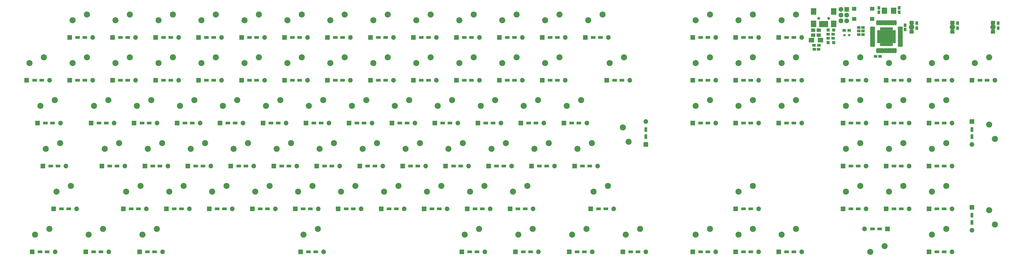
<source format=gbr>
G04 #@! TF.FileFunction,Soldermask,Bot*
%FSLAX46Y46*%
G04 Gerber Fmt 4.6, Leading zero omitted, Abs format (unit mm)*
G04 Created by KiCad (PCBNEW 4.0.4-stable) date Wed Dec 14 22:22:49 2016*
%MOMM*%
%LPD*%
G01*
G04 APERTURE LIST*
%ADD10C,0.100000*%
%ADD11O,2.300000X0.950000*%
%ADD12O,1.400000X0.700000*%
%ADD13O,0.700000X1.400000*%
%ADD14O,0.950000X2.300000*%
%ADD15R,5.600000X5.600000*%
%ADD16C,2.686000*%
%ADD17C,2.051000*%
%ADD18R,2.051000X2.051000*%
%ADD19R,2.000000X1.200000*%
%ADD20R,1.200000X2.000000*%
%ADD21R,1.900000X1.650000*%
%ADD22R,1.600000X1.150000*%
%ADD23R,1.150000X1.600000*%
%ADD24R,1.400000X1.400000*%
%ADD25R,0.900380X2.701240*%
%ADD26R,2.398980X2.899360*%
%ADD27C,1.299160*%
%ADD28R,2.127200X2.127200*%
%ADD29O,2.127200X2.127200*%
%ADD30R,1.600000X1.300000*%
%ADD31R,1.300000X1.600000*%
%ADD32R,2.400000X2.800000*%
%ADD33R,0.990000X0.850000*%
%ADD34R,2.400000X2.100000*%
%ADD35R,1.950000X1.700000*%
%ADD36C,2.380000*%
%ADD37R,1.900000X1.700000*%
G04 APERTURE END LIST*
D10*
D11*
X464700000Y-178200000D03*
X464700000Y-176600000D03*
X464700000Y-175800000D03*
X464700000Y-175000000D03*
X464700000Y-174200000D03*
D12*
X467400000Y-171700000D03*
X467400000Y-172200000D03*
X467400000Y-172700000D03*
X467400000Y-173200000D03*
X467400000Y-173700000D03*
X467400000Y-174200000D03*
X467400000Y-174700000D03*
X467400000Y-176700000D03*
X467400000Y-176200000D03*
X467400000Y-175700000D03*
X467400000Y-175200000D03*
D13*
X468350000Y-170750000D03*
X468850000Y-170750000D03*
X469350000Y-170750000D03*
X469850000Y-170750000D03*
X470350000Y-170750000D03*
X470850000Y-170750000D03*
X471350000Y-170750000D03*
X471850000Y-170750000D03*
X472350000Y-170750000D03*
X472850000Y-170750000D03*
X473350000Y-170750000D03*
D12*
X474300000Y-171700000D03*
X474300000Y-172200000D03*
X474300000Y-172700000D03*
X474300000Y-173200000D03*
X474300000Y-173700000D03*
X474300000Y-174200000D03*
X474300000Y-174700000D03*
X474300000Y-175200000D03*
X474300000Y-175700000D03*
X474300000Y-176200000D03*
X474300000Y-176700000D03*
D13*
X473350000Y-177650000D03*
X472850000Y-177650000D03*
X472350000Y-177650000D03*
X471850000Y-177650000D03*
X471350000Y-177650000D03*
X470850000Y-177650000D03*
X470350000Y-177650000D03*
X469850000Y-177650000D03*
X469350000Y-177650000D03*
X468850000Y-177650000D03*
X468350000Y-177650000D03*
D11*
X464700000Y-177400000D03*
X464700000Y-173400000D03*
X464700000Y-172600000D03*
X464700000Y-171800000D03*
X464700000Y-171000000D03*
X464700000Y-170200000D03*
D14*
X466850000Y-168050000D03*
X467650000Y-168050000D03*
X468450000Y-168050000D03*
X469250000Y-168050000D03*
X470050000Y-168050000D03*
X470850000Y-168050000D03*
X471650000Y-168050000D03*
X472450000Y-168050000D03*
X473250000Y-168050000D03*
X474050000Y-168050000D03*
X474850000Y-168050000D03*
D11*
X477000000Y-170200000D03*
X477000000Y-171000000D03*
X477000000Y-171800000D03*
X477000000Y-172600000D03*
X477000000Y-173400000D03*
X477000000Y-174200000D03*
X477000000Y-175000000D03*
X477000000Y-175800000D03*
X477000000Y-176600000D03*
X477000000Y-177400000D03*
X477000000Y-178200000D03*
D14*
X474850000Y-180350000D03*
X474050000Y-180350000D03*
X473250000Y-180350000D03*
X472450000Y-180350000D03*
X471650000Y-180350000D03*
X470850000Y-180350000D03*
X470050000Y-180350000D03*
X469250000Y-180350000D03*
X468450000Y-180350000D03*
X467650000Y-180350000D03*
X466850000Y-180350000D03*
D15*
X470850000Y-174200000D03*
D16*
X516326000Y-183342000D03*
X509976000Y-185882000D03*
X497326000Y-183342000D03*
X490976000Y-185882000D03*
X478326000Y-183342000D03*
X471976000Y-185882000D03*
X459326000Y-183342000D03*
X452976000Y-185882000D03*
X497326000Y-202342000D03*
X490976000Y-204882000D03*
X478326000Y-202342000D03*
X471976000Y-204882000D03*
X459326000Y-202342000D03*
X452976000Y-204882000D03*
X497326000Y-221342000D03*
X490976000Y-223882000D03*
X478326000Y-221342000D03*
X471976000Y-223882000D03*
X459326000Y-221342000D03*
X452976000Y-223882000D03*
X497326000Y-240342000D03*
X490976000Y-242882000D03*
X478326000Y-240342000D03*
X471976000Y-242882000D03*
X459326000Y-240342000D03*
X452976000Y-242882000D03*
X497326000Y-259342000D03*
X490976000Y-261882000D03*
X430826000Y-164342000D03*
X424476000Y-166882000D03*
X411826000Y-164342000D03*
X405476000Y-166882000D03*
X392826000Y-164342000D03*
X386476000Y-166882000D03*
X392826000Y-202342000D03*
X386476000Y-204882000D03*
X411826000Y-202342000D03*
X405476000Y-204882000D03*
X430826000Y-202342000D03*
X424476000Y-204882000D03*
X430826000Y-183342000D03*
X424476000Y-185882000D03*
X411826000Y-183342000D03*
X405476000Y-185882000D03*
X345326000Y-164342000D03*
X338976000Y-166882000D03*
X326326000Y-164342000D03*
X319976000Y-166882000D03*
X307326000Y-164342000D03*
X300976000Y-166882000D03*
X288326000Y-164342000D03*
X281976000Y-166882000D03*
X269326000Y-164342000D03*
X262976000Y-166882000D03*
X250326000Y-164342000D03*
X243976000Y-166882000D03*
X231326000Y-164342000D03*
X224976000Y-166882000D03*
X212326000Y-164342000D03*
X205976000Y-166882000D03*
X193326000Y-164342000D03*
X186976000Y-166882000D03*
X174326000Y-164342000D03*
X167976000Y-166882000D03*
X155326000Y-164342000D03*
X148976000Y-166882000D03*
X136326000Y-164342000D03*
X129976000Y-166882000D03*
X100701000Y-259342000D03*
X94351000Y-261882000D03*
X361951000Y-259342000D03*
X355601000Y-261882000D03*
X338201000Y-259342000D03*
X331851000Y-261882000D03*
X314451000Y-259342000D03*
X308101000Y-261882000D03*
X290701000Y-259342000D03*
X284351000Y-261882000D03*
X148201000Y-259342000D03*
X141851000Y-261882000D03*
X124451000Y-259342000D03*
X118101000Y-261882000D03*
X312076000Y-240342000D03*
X305726000Y-242882000D03*
X293076000Y-240342000D03*
X286726000Y-242882000D03*
X274076000Y-240342000D03*
X267726000Y-242882000D03*
X255076000Y-240342000D03*
X248726000Y-242882000D03*
X236076000Y-240342000D03*
X229726000Y-242882000D03*
X217076000Y-240342000D03*
X210726000Y-242882000D03*
X198076000Y-240342000D03*
X191726000Y-242882000D03*
X179076000Y-240342000D03*
X172726000Y-242882000D03*
X160076000Y-240342000D03*
X153726000Y-242882000D03*
X141076000Y-240342000D03*
X134726000Y-242882000D03*
X340576000Y-221342000D03*
X334226000Y-223882000D03*
X321576000Y-221342000D03*
X315226000Y-223882000D03*
X302576000Y-221342000D03*
X296226000Y-223882000D03*
X283576000Y-221342000D03*
X277226000Y-223882000D03*
X264576000Y-221342000D03*
X258226000Y-223882000D03*
X245576000Y-221342000D03*
X239226000Y-223882000D03*
X226576000Y-221342000D03*
X220226000Y-223882000D03*
X207576000Y-221342000D03*
X201226000Y-223882000D03*
X188576000Y-221342000D03*
X182226000Y-223882000D03*
X169576000Y-221342000D03*
X163226000Y-223882000D03*
X150576000Y-221342000D03*
X144226000Y-223882000D03*
X131576000Y-221342000D03*
X125226000Y-223882000D03*
X335826000Y-202342000D03*
X329476000Y-204882000D03*
X297826000Y-202342000D03*
X291476000Y-204882000D03*
X316826000Y-202342000D03*
X310476000Y-204882000D03*
X278826000Y-202342000D03*
X272476000Y-204882000D03*
X259826000Y-202342000D03*
X253476000Y-204882000D03*
X240826000Y-202342000D03*
X234476000Y-204882000D03*
X221826000Y-202342000D03*
X215476000Y-204882000D03*
X202826000Y-202342000D03*
X196476000Y-204882000D03*
X183826000Y-202342000D03*
X177476000Y-204882000D03*
X164826000Y-202342000D03*
X158476000Y-204882000D03*
X145826000Y-202342000D03*
X139476000Y-204882000D03*
X126826000Y-202342000D03*
X120476000Y-204882000D03*
X326326000Y-183342000D03*
X319976000Y-185882000D03*
X307326000Y-183342000D03*
X300976000Y-185882000D03*
X288326000Y-183342000D03*
X281976000Y-185882000D03*
X269326000Y-183342000D03*
X262976000Y-185882000D03*
X250326000Y-183342000D03*
X243976000Y-185882000D03*
X212326000Y-183342000D03*
X205976000Y-185882000D03*
X193326000Y-183342000D03*
X186976000Y-185882000D03*
X155326000Y-183342000D03*
X148976000Y-185882000D03*
X117326000Y-183342000D03*
X110976000Y-185882000D03*
X136326000Y-183342000D03*
X129976000Y-185882000D03*
X174326000Y-183342000D03*
X167976000Y-185882000D03*
X98326000Y-183342000D03*
X91976000Y-185882000D03*
X231326000Y-183342000D03*
X224976000Y-185882000D03*
X103076000Y-202342000D03*
X96726000Y-204882000D03*
X105465000Y-221342000D03*
X99115000Y-223882000D03*
X354351000Y-214402000D03*
X356891000Y-220752000D03*
X347701000Y-240342000D03*
X341351000Y-242882000D03*
X219451000Y-259342000D03*
X213101000Y-261882000D03*
X354826000Y-183342000D03*
X348476000Y-185882000D03*
X392826000Y-259342000D03*
X386476000Y-261882000D03*
X411826000Y-259342000D03*
X405476000Y-261882000D03*
X430826000Y-259342000D03*
X424476000Y-261882000D03*
X411826000Y-240342000D03*
X405476000Y-242882000D03*
X117326000Y-164342000D03*
X110976000Y-166882000D03*
X392826000Y-183342000D03*
X386476000Y-185882000D03*
X518866000Y-257462000D03*
X516326000Y-251112000D03*
X463746000Y-269502000D03*
X470096000Y-266962000D03*
X518866000Y-219462000D03*
X516326000Y-213112000D03*
X110216000Y-240342000D03*
X103866000Y-242882000D03*
D17*
X119866000Y-174502000D03*
D18*
X109706000Y-174502000D03*
D19*
X116386000Y-174502000D03*
X113186000Y-174502000D03*
D17*
X138866000Y-174502000D03*
D18*
X128706000Y-174502000D03*
D19*
X135386000Y-174502000D03*
X132186000Y-174502000D03*
D17*
X157866000Y-174502000D03*
D18*
X147706000Y-174502000D03*
D19*
X154386000Y-174502000D03*
X151186000Y-174502000D03*
D17*
X176866000Y-174502000D03*
D18*
X166706000Y-174502000D03*
D19*
X173386000Y-174502000D03*
X170186000Y-174502000D03*
D17*
X195866000Y-174502000D03*
D18*
X185706000Y-174502000D03*
D19*
X192386000Y-174502000D03*
X189186000Y-174502000D03*
D17*
X214866000Y-174502000D03*
D18*
X204706000Y-174502000D03*
D19*
X211386000Y-174502000D03*
X208186000Y-174502000D03*
D17*
X233866000Y-174502000D03*
D18*
X223706000Y-174502000D03*
D19*
X230386000Y-174502000D03*
X227186000Y-174502000D03*
D17*
X252866000Y-174502000D03*
D18*
X242706000Y-174502000D03*
D19*
X249386000Y-174502000D03*
X246186000Y-174502000D03*
D17*
X271866000Y-174502000D03*
D18*
X261706000Y-174502000D03*
D19*
X268386000Y-174502000D03*
X265186000Y-174502000D03*
D17*
X290866000Y-174502000D03*
D18*
X280706000Y-174502000D03*
D19*
X287386000Y-174502000D03*
X284186000Y-174502000D03*
D17*
X309866000Y-174502000D03*
D18*
X299706000Y-174502000D03*
D19*
X306386000Y-174502000D03*
X303186000Y-174502000D03*
D17*
X328866000Y-174502000D03*
D18*
X318706000Y-174502000D03*
D19*
X325386000Y-174502000D03*
X322186000Y-174502000D03*
D17*
X347866000Y-174502000D03*
D18*
X337706000Y-174502000D03*
D19*
X344386000Y-174502000D03*
X341186000Y-174502000D03*
D17*
X357366000Y-193502000D03*
D18*
X347206000Y-193502000D03*
D19*
X353886000Y-193502000D03*
X350686000Y-193502000D03*
D17*
X395366000Y-174502000D03*
D18*
X385206000Y-174502000D03*
D19*
X391886000Y-174502000D03*
X388686000Y-174502000D03*
D17*
X414366000Y-174502000D03*
D18*
X404206000Y-174502000D03*
D19*
X410886000Y-174502000D03*
X407686000Y-174502000D03*
D17*
X433366000Y-174502000D03*
D18*
X423206000Y-174502000D03*
D19*
X429886000Y-174502000D03*
X426686000Y-174502000D03*
D17*
X100866000Y-193502000D03*
D18*
X90706000Y-193502000D03*
D19*
X97386000Y-193502000D03*
X94186000Y-193502000D03*
D17*
X119866000Y-193502000D03*
D18*
X109706000Y-193502000D03*
D19*
X116386000Y-193502000D03*
X113186000Y-193502000D03*
D17*
X138866000Y-193502000D03*
D18*
X128706000Y-193502000D03*
D19*
X135386000Y-193502000D03*
X132186000Y-193502000D03*
D17*
X157866000Y-193502000D03*
D18*
X147706000Y-193502000D03*
D19*
X154386000Y-193502000D03*
X151186000Y-193502000D03*
D17*
X176866000Y-193502000D03*
D18*
X166706000Y-193502000D03*
D19*
X173386000Y-193502000D03*
X170186000Y-193502000D03*
D17*
X195866000Y-193502000D03*
D18*
X185706000Y-193502000D03*
D19*
X192386000Y-193502000D03*
X189186000Y-193502000D03*
D17*
X214866000Y-193502000D03*
D18*
X204706000Y-193502000D03*
D19*
X211386000Y-193502000D03*
X208186000Y-193502000D03*
D17*
X233866000Y-193502000D03*
D18*
X223706000Y-193502000D03*
D19*
X230386000Y-193502000D03*
X227186000Y-193502000D03*
D17*
X252866000Y-193502000D03*
D18*
X242706000Y-193502000D03*
D19*
X249386000Y-193502000D03*
X246186000Y-193502000D03*
D17*
X271866000Y-193502000D03*
D18*
X261706000Y-193502000D03*
D19*
X268386000Y-193502000D03*
X265186000Y-193502000D03*
D17*
X290866000Y-193502000D03*
D18*
X280706000Y-193502000D03*
D19*
X287386000Y-193502000D03*
X284186000Y-193502000D03*
D17*
X309866000Y-193502000D03*
D18*
X299706000Y-193502000D03*
D19*
X306386000Y-193502000D03*
X303186000Y-193502000D03*
D17*
X328866000Y-193502000D03*
D18*
X318706000Y-193502000D03*
D19*
X325386000Y-193502000D03*
X322186000Y-193502000D03*
D17*
X395366000Y-193502000D03*
D18*
X385206000Y-193502000D03*
D19*
X391886000Y-193502000D03*
X388686000Y-193502000D03*
D17*
X414366000Y-193502000D03*
D18*
X404206000Y-193502000D03*
D19*
X410886000Y-193502000D03*
X407686000Y-193502000D03*
D17*
X433366000Y-193502000D03*
D18*
X423206000Y-193502000D03*
D19*
X429886000Y-193502000D03*
X426686000Y-193502000D03*
D17*
X461866000Y-193502000D03*
D18*
X451706000Y-193502000D03*
D19*
X458386000Y-193502000D03*
X455186000Y-193502000D03*
D17*
X480866000Y-193502000D03*
D18*
X470706000Y-193502000D03*
D19*
X477386000Y-193502000D03*
X474186000Y-193502000D03*
D17*
X499866000Y-193502000D03*
D18*
X489706000Y-193502000D03*
D19*
X496386000Y-193502000D03*
X493186000Y-193502000D03*
D17*
X518866000Y-193502000D03*
D18*
X508706000Y-193502000D03*
D19*
X515386000Y-193502000D03*
X512186000Y-193502000D03*
D17*
X105616000Y-212502000D03*
D18*
X95456000Y-212502000D03*
D19*
X102136000Y-212502000D03*
X98936000Y-212502000D03*
D17*
X129366000Y-212502000D03*
D18*
X119206000Y-212502000D03*
D19*
X125886000Y-212502000D03*
X122686000Y-212502000D03*
D17*
X148366000Y-212502000D03*
D18*
X138206000Y-212502000D03*
D19*
X144886000Y-212502000D03*
X141686000Y-212502000D03*
D17*
X167366000Y-212502000D03*
D18*
X157206000Y-212502000D03*
D19*
X163886000Y-212502000D03*
X160686000Y-212502000D03*
D17*
X186366000Y-212502000D03*
D18*
X176206000Y-212502000D03*
D19*
X182886000Y-212502000D03*
X179686000Y-212502000D03*
D17*
X205366000Y-212502000D03*
D18*
X195206000Y-212502000D03*
D19*
X201886000Y-212502000D03*
X198686000Y-212502000D03*
D17*
X224366000Y-212502000D03*
D18*
X214206000Y-212502000D03*
D19*
X220886000Y-212502000D03*
X217686000Y-212502000D03*
D17*
X243366000Y-212502000D03*
D18*
X233206000Y-212502000D03*
D19*
X239886000Y-212502000D03*
X236686000Y-212502000D03*
D17*
X262366000Y-212502000D03*
D18*
X252206000Y-212502000D03*
D19*
X258886000Y-212502000D03*
X255686000Y-212502000D03*
D17*
X281366000Y-212502000D03*
D18*
X271206000Y-212502000D03*
D19*
X277886000Y-212502000D03*
X274686000Y-212502000D03*
D17*
X300366000Y-212502000D03*
D18*
X290206000Y-212502000D03*
D19*
X296886000Y-212502000D03*
X293686000Y-212502000D03*
D17*
X319366000Y-212502000D03*
D18*
X309206000Y-212502000D03*
D19*
X315886000Y-212502000D03*
X312686000Y-212502000D03*
D17*
X338366000Y-212502000D03*
D18*
X328206000Y-212502000D03*
D19*
X334886000Y-212502000D03*
X331686000Y-212502000D03*
D17*
X395366000Y-212502000D03*
D18*
X385206000Y-212502000D03*
D19*
X391886000Y-212502000D03*
X388686000Y-212502000D03*
D17*
X414366000Y-212502000D03*
D18*
X404206000Y-212502000D03*
D19*
X410886000Y-212502000D03*
X407686000Y-212502000D03*
D17*
X433366000Y-212502000D03*
D18*
X423206000Y-212502000D03*
D19*
X429886000Y-212502000D03*
X426686000Y-212502000D03*
D17*
X461866000Y-212502000D03*
D18*
X451706000Y-212502000D03*
D19*
X458386000Y-212502000D03*
X455186000Y-212502000D03*
D17*
X480866000Y-212502000D03*
D18*
X470706000Y-212502000D03*
D19*
X477386000Y-212502000D03*
X474186000Y-212502000D03*
D17*
X499866000Y-212502000D03*
D18*
X489706000Y-212502000D03*
D19*
X496386000Y-212502000D03*
X493186000Y-212502000D03*
D17*
X508706000Y-221996000D03*
D18*
X508706000Y-211836000D03*
D20*
X508706000Y-218516000D03*
X508706000Y-215316000D03*
D17*
X108005000Y-231502000D03*
D18*
X97845000Y-231502000D03*
D19*
X104525000Y-231502000D03*
X101325000Y-231502000D03*
D17*
X134116000Y-231502000D03*
D18*
X123956000Y-231502000D03*
D19*
X130636000Y-231502000D03*
X127436000Y-231502000D03*
D17*
X153116000Y-231502000D03*
D18*
X142956000Y-231502000D03*
D19*
X149636000Y-231502000D03*
X146436000Y-231502000D03*
D17*
X172116000Y-231502000D03*
D18*
X161956000Y-231502000D03*
D19*
X168636000Y-231502000D03*
X165436000Y-231502000D03*
D17*
X191116000Y-231502000D03*
D18*
X180956000Y-231502000D03*
D19*
X187636000Y-231502000D03*
X184436000Y-231502000D03*
D17*
X210116000Y-231502000D03*
D18*
X199956000Y-231502000D03*
D19*
X206636000Y-231502000D03*
X203436000Y-231502000D03*
D17*
X229116000Y-231502000D03*
D18*
X218956000Y-231502000D03*
D19*
X225636000Y-231502000D03*
X222436000Y-231502000D03*
D17*
X248116000Y-231502000D03*
D18*
X237956000Y-231502000D03*
D19*
X244636000Y-231502000D03*
X241436000Y-231502000D03*
D17*
X267116000Y-231502000D03*
D18*
X256956000Y-231502000D03*
D19*
X263636000Y-231502000D03*
X260436000Y-231502000D03*
D17*
X286116000Y-231502000D03*
D18*
X275956000Y-231502000D03*
D19*
X282636000Y-231502000D03*
X279436000Y-231502000D03*
D17*
X305116000Y-231502000D03*
D18*
X294956000Y-231502000D03*
D19*
X301636000Y-231502000D03*
X298436000Y-231502000D03*
D17*
X324116000Y-231502000D03*
D18*
X313956000Y-231502000D03*
D19*
X320636000Y-231502000D03*
X317436000Y-231502000D03*
D17*
X343116000Y-231502000D03*
D18*
X332956000Y-231502000D03*
D19*
X339636000Y-231502000D03*
X336436000Y-231502000D03*
D17*
X364490000Y-211836000D03*
D18*
X364490000Y-221996000D03*
D20*
X364490000Y-215316000D03*
X364490000Y-218516000D03*
D17*
X461866000Y-231502000D03*
D18*
X451706000Y-231502000D03*
D19*
X458386000Y-231502000D03*
X455186000Y-231502000D03*
D17*
X480866000Y-231502000D03*
D18*
X470706000Y-231502000D03*
D19*
X477386000Y-231502000D03*
X474186000Y-231502000D03*
D17*
X499866000Y-231502000D03*
D18*
X489706000Y-231502000D03*
D19*
X496386000Y-231502000D03*
X493186000Y-231502000D03*
D17*
X112756000Y-250502000D03*
D18*
X102596000Y-250502000D03*
D19*
X109276000Y-250502000D03*
X106076000Y-250502000D03*
D17*
X143616000Y-250502000D03*
D18*
X133456000Y-250502000D03*
D19*
X140136000Y-250502000D03*
X136936000Y-250502000D03*
D17*
X162616000Y-250502000D03*
D18*
X152456000Y-250502000D03*
D19*
X159136000Y-250502000D03*
X155936000Y-250502000D03*
D17*
X181616000Y-250502000D03*
D18*
X171456000Y-250502000D03*
D19*
X178136000Y-250502000D03*
X174936000Y-250502000D03*
D17*
X200616000Y-250502000D03*
D18*
X190456000Y-250502000D03*
D19*
X197136000Y-250502000D03*
X193936000Y-250502000D03*
D17*
X219616000Y-250502000D03*
D18*
X209456000Y-250502000D03*
D19*
X216136000Y-250502000D03*
X212936000Y-250502000D03*
D17*
X238616000Y-250502000D03*
D18*
X228456000Y-250502000D03*
D19*
X235136000Y-250502000D03*
X231936000Y-250502000D03*
D17*
X257616000Y-250502000D03*
D18*
X247456000Y-250502000D03*
D19*
X254136000Y-250502000D03*
X250936000Y-250502000D03*
D17*
X276616000Y-250502000D03*
D18*
X266456000Y-250502000D03*
D19*
X273136000Y-250502000D03*
X269936000Y-250502000D03*
D17*
X295616000Y-250502000D03*
D18*
X285456000Y-250502000D03*
D19*
X292136000Y-250502000D03*
X288936000Y-250502000D03*
D17*
X314616000Y-250502000D03*
D18*
X304456000Y-250502000D03*
D19*
X311136000Y-250502000D03*
X307936000Y-250502000D03*
D17*
X350241000Y-250502000D03*
D18*
X340081000Y-250502000D03*
D19*
X346761000Y-250502000D03*
X343561000Y-250502000D03*
D17*
X414366000Y-250502000D03*
D18*
X404206000Y-250502000D03*
D19*
X410886000Y-250502000D03*
X407686000Y-250502000D03*
D17*
X461866000Y-250502000D03*
D18*
X451706000Y-250502000D03*
D19*
X458386000Y-250502000D03*
X455186000Y-250502000D03*
D17*
X480866000Y-250502000D03*
D18*
X470706000Y-250502000D03*
D19*
X477386000Y-250502000D03*
X474186000Y-250502000D03*
D17*
X499866000Y-250502000D03*
D18*
X489706000Y-250502000D03*
D19*
X496386000Y-250502000D03*
X493186000Y-250502000D03*
D17*
X508706000Y-260002000D03*
D18*
X508706000Y-249842000D03*
D20*
X508706000Y-256522000D03*
X508706000Y-253322000D03*
D17*
X103241000Y-269502000D03*
D18*
X93081000Y-269502000D03*
D19*
X99761000Y-269502000D03*
X96561000Y-269502000D03*
D17*
X126991000Y-269502000D03*
D18*
X116831000Y-269502000D03*
D19*
X123511000Y-269502000D03*
X120311000Y-269502000D03*
D17*
X150741000Y-269502000D03*
D18*
X140581000Y-269502000D03*
D19*
X147261000Y-269502000D03*
X144061000Y-269502000D03*
D17*
X221991000Y-269502000D03*
D18*
X211831000Y-269502000D03*
D19*
X218511000Y-269502000D03*
X215311000Y-269502000D03*
D17*
X293241000Y-269502000D03*
D18*
X283081000Y-269502000D03*
D19*
X289761000Y-269502000D03*
X286561000Y-269502000D03*
D17*
X316991000Y-269502000D03*
D18*
X306831000Y-269502000D03*
D19*
X313511000Y-269502000D03*
X310311000Y-269502000D03*
D17*
X340741000Y-269502000D03*
D18*
X330581000Y-269502000D03*
D19*
X337261000Y-269502000D03*
X334061000Y-269502000D03*
D17*
X364491000Y-269502000D03*
D18*
X354331000Y-269502000D03*
D19*
X361011000Y-269502000D03*
X357811000Y-269502000D03*
D17*
X395366000Y-269502000D03*
D18*
X385206000Y-269502000D03*
D19*
X391886000Y-269502000D03*
X388686000Y-269502000D03*
D17*
X414366000Y-269502000D03*
D18*
X404206000Y-269502000D03*
D19*
X410886000Y-269502000D03*
X407686000Y-269502000D03*
D17*
X433366000Y-269502000D03*
D18*
X423206000Y-269502000D03*
D19*
X429886000Y-269502000D03*
X426686000Y-269502000D03*
D17*
X461206000Y-259342000D03*
D18*
X471366000Y-259342000D03*
D19*
X464686000Y-259342000D03*
X467886000Y-259342000D03*
D17*
X499866000Y-269502000D03*
D18*
X489706000Y-269502000D03*
D19*
X496386000Y-269502000D03*
X493186000Y-269502000D03*
D21*
X440950000Y-171300000D03*
X438450000Y-171300000D03*
D22*
X440878000Y-179832000D03*
X438978000Y-179832000D03*
X460500000Y-170100000D03*
X458600000Y-170100000D03*
X460500000Y-171700000D03*
X458600000Y-171700000D03*
D23*
X476500000Y-161450000D03*
X476500000Y-163350000D03*
X467500000Y-161450000D03*
X467500000Y-163350000D03*
D22*
X460500000Y-173300000D03*
X458600000Y-173300000D03*
X468000000Y-182900000D03*
X466100000Y-182900000D03*
D23*
X479150000Y-171000000D03*
X479150000Y-169100000D03*
D21*
X440950000Y-173500000D03*
X438450000Y-173500000D03*
D24*
X445050000Y-171200000D03*
X447550000Y-171200000D03*
X445050000Y-176800000D03*
X447550000Y-176800000D03*
D25*
X441499800Y-168649320D03*
X442299900Y-168649320D03*
X443100000Y-168649320D03*
X443900100Y-168649320D03*
X444700200Y-168649320D03*
D26*
X438649920Y-168550260D03*
X438649920Y-163051160D03*
X447550080Y-168550260D03*
X447550080Y-163051160D03*
D27*
X440900360Y-166050900D03*
X445299640Y-166050900D03*
D28*
X453300000Y-162100000D03*
D29*
X450760000Y-162100000D03*
X453300000Y-164640000D03*
X450760000Y-164640000D03*
X453300000Y-167180000D03*
X450760000Y-167180000D03*
D30*
X441028000Y-178054000D03*
X438828000Y-178054000D03*
X445100000Y-173100000D03*
X447300000Y-173100000D03*
X445100000Y-174900000D03*
X447300000Y-174900000D03*
X452200000Y-171450000D03*
X454400000Y-171450000D03*
D31*
X484300000Y-168200000D03*
X484300000Y-170400000D03*
X502300000Y-168200000D03*
X502300000Y-170400000D03*
X520300000Y-168200000D03*
X520300000Y-170400000D03*
D32*
X474050000Y-162700000D03*
X469950000Y-162700000D03*
D33*
X452245000Y-173500000D03*
X454355000Y-173500000D03*
D34*
X437674000Y-175768000D03*
X441674000Y-175768000D03*
D35*
X464575000Y-166350000D03*
X464575000Y-161850000D03*
X456625000Y-161850000D03*
X456625000Y-166350000D03*
D36*
X482000000Y-170000000D03*
D37*
X482000000Y-168000000D03*
X482000000Y-172000000D03*
D36*
X500000000Y-170000000D03*
D37*
X500000000Y-168000000D03*
X500000000Y-172000000D03*
D36*
X518000000Y-170000000D03*
D37*
X518000000Y-168000000D03*
X518000000Y-172000000D03*
M02*

</source>
